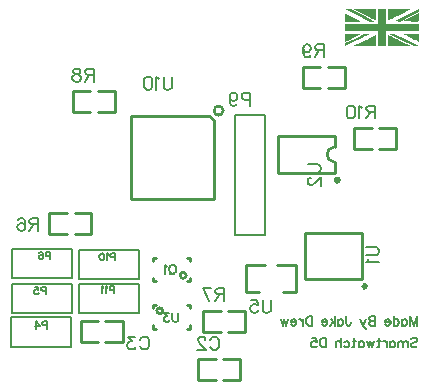
<source format=gbo>
G04 Layer: BottomSilkLayer*
G04 EasyEDA v6.4.7, 2020-10-05T14:23:05+01:00*
G04 80753c53b72f4884ac218c40b0928968,81cdacc9909441f8a3d49748f20dc12b,10*
G04 Gerber Generator version 0.2*
G04 Scale: 100 percent, Rotated: No, Reflected: No *
G04 Dimensions in millimeters *
G04 leading zeros omitted , absolute positions ,3 integer and 3 decimal *
%FSLAX33Y33*%
%MOMM*%
G90*
D02*

%ADD10C,0.254000*%
%ADD42C,0.203200*%
%ADD43C,0.202999*%
%ADD45C,0.177800*%
%ADD47C,0.299999*%

%LPD*%

%LPD*%
G36*
G01X34422Y31666D02*
G01X32504Y31666D01*
G01X32504Y31096D01*
G01X32505Y31008D01*
G01X32506Y30928D01*
G01X32507Y30857D01*
G01X32509Y30800D01*
G01X32511Y30756D01*
G01X32514Y30728D01*
G01X32517Y30718D01*
G01X32523Y30721D01*
G01X32538Y30728D01*
G01X32562Y30740D01*
G01X32595Y30756D01*
G01X32636Y30776D01*
G01X32685Y30800D01*
G01X32740Y30827D01*
G01X32802Y30857D01*
G01X32944Y30928D01*
G01X33023Y30966D01*
G01X33105Y31008D01*
G01X33193Y31051D01*
G01X33284Y31096D01*
G01X33474Y31191D01*
G01X34422Y31666D01*
G37*

%LPD*%
G36*
G01X31468Y31666D02*
G01X29547Y31666D01*
G01X30495Y31191D01*
G01X30592Y31143D01*
G01X30686Y31096D01*
G01X30777Y31051D01*
G01X30865Y31008D01*
G01X30948Y30966D01*
G01X31027Y30928D01*
G01X31169Y30857D01*
G01X31231Y30827D01*
G01X31287Y30800D01*
G01X31335Y30776D01*
G01X31376Y30756D01*
G01X31409Y30740D01*
G01X31434Y30728D01*
G01X31449Y30721D01*
G01X31455Y30718D01*
G01X31457Y30728D01*
G01X31460Y30756D01*
G01X31462Y30800D01*
G01X31464Y30857D01*
G01X31466Y30928D01*
G01X31467Y31008D01*
G01X31468Y31096D01*
G01X31468Y31666D01*
G37*

%LPD*%
G36*
G01X35123Y30967D02*
G01X35118Y31310D01*
G01X34432Y30967D01*
G01X33743Y30622D01*
G01X34429Y30617D01*
G01X34522Y30616D01*
G01X34974Y30616D01*
G01X35024Y30617D01*
G01X35064Y30617D01*
G01X35094Y30618D01*
G01X35113Y30619D01*
G01X35120Y30619D01*
G01X35123Y30648D01*
G01X35124Y30724D01*
G01X35124Y30834D01*
G01X35123Y30967D01*
G37*

%LPD*%
G36*
G01X28950Y31259D02*
G01X28844Y31308D01*
G01X28844Y30614D01*
G01X30228Y30614D01*
G01X30058Y30703D01*
G01X30019Y30723D01*
G01X29974Y30747D01*
G01X29922Y30774D01*
G01X29866Y30803D01*
G01X29805Y30834D01*
G01X29740Y30867D01*
G01X29674Y30901D01*
G01X29605Y30935D01*
G01X29536Y30970D01*
G01X29466Y31005D01*
G01X29397Y31039D01*
G01X29330Y31073D01*
G01X29265Y31105D01*
G01X29204Y31136D01*
G01X29147Y31164D01*
G01X29094Y31190D01*
G01X29047Y31213D01*
G01X29007Y31232D01*
G01X28975Y31248D01*
G01X28950Y31259D01*
G37*

%LPD*%
G36*
G01X35123Y31551D02*
G01X35118Y31663D01*
G01X33045Y30622D01*
G01X33263Y30617D01*
G01X33479Y30614D01*
G01X34300Y31023D01*
G01X34383Y31065D01*
G01X34464Y31105D01*
G01X34618Y31182D01*
G01X34689Y31218D01*
G01X34757Y31252D01*
G01X34820Y31284D01*
G01X34879Y31313D01*
G01X34932Y31340D01*
G01X34980Y31364D01*
G01X35021Y31385D01*
G01X35056Y31403D01*
G01X35084Y31417D01*
G01X35105Y31428D01*
G01X35118Y31435D01*
G01X35123Y31437D01*
G01X35124Y31446D01*
G01X35125Y31471D01*
G01X35124Y31508D01*
G01X35123Y31551D01*
G37*

%LPD*%
G36*
G01X29311Y31663D02*
G01X28851Y31663D01*
G01X29895Y31140D01*
G01X30939Y30614D01*
G01X31399Y30614D01*
G01X30355Y31140D01*
G01X29311Y31663D01*
G37*

%LPD*%
G36*
G01X35125Y29575D02*
G01X33741Y29575D01*
G01X34147Y29367D01*
G01X34205Y29337D01*
G01X34266Y29306D01*
G01X34329Y29274D01*
G01X34457Y29210D01*
G01X34520Y29177D01*
G01X34582Y29147D01*
G01X34641Y29117D01*
G01X34698Y29089D01*
G01X34750Y29063D01*
G01X34799Y29040D01*
G01X34841Y29019D01*
G01X35125Y28882D01*
G01X35125Y29575D01*
G37*

%LPD*%
G36*
G01X30228Y29575D02*
G01X28844Y29575D01*
G01X28844Y28882D01*
G01X28950Y28930D01*
G01X28975Y28941D01*
G01X29007Y28957D01*
G01X29047Y28976D01*
G01X29094Y28999D01*
G01X29147Y29025D01*
G01X29204Y29054D01*
G01X29265Y29084D01*
G01X29330Y29117D01*
G01X29397Y29150D01*
G01X29466Y29185D01*
G01X29536Y29219D01*
G01X29674Y29289D01*
G01X29740Y29323D01*
G01X29805Y29355D01*
G01X29866Y29387D01*
G01X29922Y29416D01*
G01X29974Y29442D01*
G01X30019Y29466D01*
G01X30058Y29486D01*
G01X30228Y29575D01*
G37*

%LPD*%
G36*
G01X33030Y29575D02*
G01X32570Y29575D01*
G01X33614Y29049D01*
G01X34660Y28526D01*
G01X35118Y28526D01*
G01X34074Y29049D01*
G01X33030Y29575D01*
G37*

%LPD*%
G36*
G01X32523Y29471D02*
G01X32517Y29474D01*
G01X32514Y29464D01*
G01X32511Y29436D01*
G01X32509Y29392D01*
G01X32507Y29334D01*
G01X32506Y29264D01*
G01X32505Y29183D01*
G01X32504Y29094D01*
G01X32504Y28524D01*
G01X33464Y28526D01*
G01X34422Y28526D01*
G01X33474Y28999D01*
G01X33284Y29094D01*
G01X33193Y29140D01*
G01X33105Y29183D01*
G01X33023Y29225D01*
G01X32944Y29264D01*
G01X32870Y29300D01*
G01X32740Y29365D01*
G01X32685Y29392D01*
G01X32636Y29416D01*
G01X32595Y29436D01*
G01X32562Y29452D01*
G01X32538Y29464D01*
G01X32523Y29471D01*
G37*

%LPD*%
G36*
G01X31452Y29467D02*
G01X31447Y29471D01*
G01X31441Y29469D01*
G01X31424Y29461D01*
G01X31399Y29450D01*
G01X31366Y29434D01*
G01X31324Y29414D01*
G01X31220Y29362D01*
G01X31158Y29332D01*
G01X30938Y29222D01*
G01X30855Y29181D01*
G01X30769Y29137D01*
G01X30679Y29092D01*
G01X30585Y29044D01*
G01X30490Y28996D01*
G01X29547Y28526D01*
G01X30507Y28524D01*
G01X31468Y28524D01*
G01X31468Y29126D01*
G01X31467Y29229D01*
G01X31465Y29312D01*
G01X31463Y29375D01*
G01X31460Y29420D01*
G01X31457Y29450D01*
G01X31452Y29467D01*
G37*

%LPD*%
G36*
G01X30785Y29575D02*
G01X30482Y29575D01*
G01X29662Y29164D01*
G01X28844Y28755D01*
G01X28844Y28524D01*
G01X29880Y29042D01*
G01X29965Y29085D01*
G01X30048Y29126D01*
G01X30129Y29167D01*
G01X30208Y29206D01*
G01X30283Y29245D01*
G01X30357Y29282D01*
G01X30426Y29317D01*
G01X30493Y29350D01*
G01X30555Y29382D01*
G01X30614Y29412D01*
G01X30668Y29439D01*
G01X30718Y29465D01*
G01X30763Y29488D01*
G01X30803Y29508D01*
G01X30837Y29526D01*
G01X30866Y29541D01*
G01X30888Y29553D01*
G01X30905Y29562D01*
G01X30915Y29568D01*
G01X30919Y29570D01*
G01X30902Y29572D01*
G01X30854Y29574D01*
G01X30785Y29575D01*
G37*

%LPD*%
G36*
G01X32296Y31666D02*
G01X31673Y31666D01*
G01X31673Y30406D01*
G01X28844Y30406D01*
G01X28844Y29784D01*
G01X31673Y29784D01*
G01X31673Y28524D01*
G01X32296Y28524D01*
G01X32296Y29784D01*
G01X35125Y29784D01*
G01X35125Y30406D01*
G01X32296Y30406D01*
G01X32296Y31666D01*
G37*

%LPD*%
G54D10*
G01X17711Y22278D02*
G01X17355Y22633D01*
G01X10701Y22633D01*
G01X10701Y15623D01*
G01X17711Y15623D01*
G01X17711Y22278D01*
G01X30302Y8851D02*
G01X30302Y12712D01*
G01X25425Y8826D02*
G01X25425Y12712D01*
G01X30302Y8826D02*
G01X25425Y8826D01*
G01X30302Y12712D02*
G01X25425Y12712D01*
G01X27957Y17774D02*
G01X23131Y17774D01*
G01X23131Y20924D01*
G01X27957Y20924D01*
G01X27957Y20924D02*
G01X27957Y19984D01*
G01X27957Y18714D02*
G01X27957Y17774D01*
G01X12857Y4622D02*
G01X12552Y4622D01*
G01X12552Y4622D02*
G01X12552Y4902D01*
G01X15448Y4622D02*
G01X15753Y4622D01*
G01X15753Y4622D02*
G01X15753Y4902D01*
G01X15753Y6324D02*
G01X15753Y6604D01*
G01X15753Y6604D02*
G01X15448Y6604D01*
G01X12552Y6324D02*
G01X12552Y6604D01*
G01X12552Y6604D02*
G01X12857Y6604D01*
G01X18956Y6146D02*
G01X20378Y6146D01*
G01X18321Y4368D02*
G01X16822Y4368D01*
G01X16822Y6146D01*
G01X18321Y6146D01*
G01X20378Y6146D02*
G01X20378Y4368D01*
G01X20378Y4368D02*
G01X18956Y4368D01*
G01X18547Y2026D02*
G01X19969Y2026D01*
G01X17912Y248D02*
G01X16413Y248D01*
G01X16413Y2026D01*
G01X17912Y2026D01*
G01X19969Y2026D02*
G01X19969Y248D01*
G01X19969Y248D02*
G01X18547Y248D01*
G01X15445Y10627D02*
G01X15750Y10627D01*
G01X15750Y10627D02*
G01X15750Y10347D01*
G01X12854Y10627D02*
G01X12550Y10627D01*
G01X12550Y10627D02*
G01X12550Y10347D01*
G01X12550Y8925D02*
G01X12550Y8646D01*
G01X12550Y8646D02*
G01X12854Y8646D01*
G01X15750Y8925D02*
G01X15750Y8646D01*
G01X15750Y8646D02*
G01X15445Y8646D01*
G01X7922Y24716D02*
G01X9344Y24716D01*
G01X7287Y22938D02*
G01X5788Y22938D01*
G01X5788Y24716D01*
G01X7287Y24716D01*
G01X9344Y24716D02*
G01X9344Y22938D01*
G01X9344Y22938D02*
G01X7922Y22938D01*
G54D42*
G01X645Y11391D02*
G01X645Y8877D01*
G01X5725Y8877D01*
G01X5725Y11391D01*
G01X645Y11391D01*
G54D10*
G01X5951Y14366D02*
G01X7373Y14366D01*
G01X5316Y12588D02*
G01X3817Y12588D01*
G01X3817Y14366D01*
G01X5316Y14366D01*
G01X7373Y14366D02*
G01X7373Y12588D01*
G01X7373Y12588D02*
G01X5951Y12588D01*
G01X31734Y21605D02*
G01X33157Y21605D01*
G01X31099Y19827D02*
G01X29601Y19827D01*
G01X29601Y21605D01*
G01X31099Y21605D01*
G01X33157Y21605D02*
G01X33157Y19827D01*
G01X33157Y19827D02*
G01X31734Y19827D01*
G54D42*
G01X601Y5567D02*
G01X601Y3053D01*
G01X5681Y3053D01*
G01X5681Y5567D01*
G01X601Y5567D01*
G01X607Y8409D02*
G01X607Y5895D01*
G01X5687Y5895D01*
G01X5687Y8409D01*
G01X607Y8409D01*
G54D10*
G01X7899Y3517D02*
G01X6477Y3517D01*
G01X8534Y5295D02*
G01X10033Y5295D01*
G01X10033Y3517D01*
G01X8534Y3517D01*
G01X6477Y3517D02*
G01X6477Y5295D01*
G01X6477Y5295D02*
G01X7899Y5295D01*
G01X24721Y10035D02*
G01X24721Y7749D01*
G01X20454Y7749D02*
G01X20454Y10010D01*
G01X24721Y10035D02*
G01X23121Y10035D01*
G01X22054Y10035D02*
G01X20480Y10035D01*
G01X24721Y7749D02*
G01X23629Y7749D01*
G01X21546Y7749D02*
G01X20454Y7749D01*
G01X27386Y26797D02*
G01X28808Y26797D01*
G01X26751Y25019D02*
G01X25252Y25019D01*
G01X25252Y26797D01*
G01X26751Y26797D01*
G01X28808Y26797D02*
G01X28808Y25019D01*
G01X28808Y25019D02*
G01X27386Y25019D01*
G54D42*
G01X19540Y12524D02*
G01X22080Y12524D01*
G01X22080Y22684D01*
G01X19540Y22684D01*
G01X19540Y20779D01*
G54D43*
G01X19540Y12524D02*
G01X19540Y20779D01*
G54D42*
G01X6286Y11300D02*
G01X6286Y8785D01*
G01X11366Y8785D01*
G01X11366Y11300D01*
G01X6286Y11300D01*
G01X6294Y8427D02*
G01X6294Y5913D01*
G01X11374Y5913D01*
G01X11374Y8427D01*
G01X6294Y8427D01*
G01X34960Y5667D02*
G01X34960Y4875D01*
G01X34960Y5667D02*
G01X34658Y4875D01*
G01X34356Y5667D02*
G01X34658Y4875D01*
G01X34356Y5667D02*
G01X34356Y4875D01*
G01X33655Y5403D02*
G01X33655Y4875D01*
G01X33655Y5290D02*
G01X33730Y5365D01*
G01X33806Y5403D01*
G01X33919Y5403D01*
G01X33994Y5365D01*
G01X34070Y5290D01*
G01X34107Y5176D01*
G01X34107Y5101D01*
G01X34070Y4988D01*
G01X33994Y4912D01*
G01X33919Y4875D01*
G01X33806Y4875D01*
G01X33730Y4912D01*
G01X33655Y4988D01*
G01X32953Y5667D02*
G01X32953Y4875D01*
G01X32953Y5290D02*
G01X33028Y5365D01*
G01X33104Y5403D01*
G01X33217Y5403D01*
G01X33293Y5365D01*
G01X33368Y5290D01*
G01X33406Y5176D01*
G01X33406Y5101D01*
G01X33368Y4988D01*
G01X33293Y4912D01*
G01X33217Y4875D01*
G01X33104Y4875D01*
G01X33028Y4912D01*
G01X32953Y4988D01*
G01X32704Y5176D02*
G01X32251Y5176D01*
G01X32251Y5252D01*
G01X32289Y5327D01*
G01X32327Y5365D01*
G01X32402Y5403D01*
G01X32515Y5403D01*
G01X32591Y5365D01*
G01X32666Y5290D01*
G01X32704Y5176D01*
G01X32704Y5101D01*
G01X32666Y4988D01*
G01X32591Y4912D01*
G01X32515Y4875D01*
G01X32402Y4875D01*
G01X32327Y4912D01*
G01X32251Y4988D01*
G01X31421Y5667D02*
G01X31421Y4875D01*
G01X31421Y5667D02*
G01X31082Y5667D01*
G01X30968Y5629D01*
G01X30931Y5591D01*
G01X30893Y5516D01*
G01X30893Y5440D01*
G01X30931Y5365D01*
G01X30968Y5327D01*
G01X31082Y5290D01*
G01X31421Y5290D02*
G01X31082Y5290D01*
G01X30968Y5252D01*
G01X30931Y5214D01*
G01X30893Y5139D01*
G01X30893Y5025D01*
G01X30931Y4950D01*
G01X30968Y4912D01*
G01X31082Y4875D01*
G01X31421Y4875D01*
G01X30606Y5403D02*
G01X30380Y4875D01*
G01X30154Y5403D02*
G01X30380Y4875D01*
G01X30455Y4724D01*
G01X30531Y4648D01*
G01X30606Y4610D01*
G01X30644Y4610D01*
G01X28946Y5667D02*
G01X28946Y5063D01*
G01X28984Y4950D01*
G01X29022Y4912D01*
G01X29097Y4875D01*
G01X29173Y4875D01*
G01X29248Y4912D01*
G01X29286Y4950D01*
G01X29324Y5063D01*
G01X29324Y5139D01*
G01X28245Y5403D02*
G01X28245Y4875D01*
G01X28245Y5290D02*
G01X28320Y5365D01*
G01X28395Y5403D01*
G01X28509Y5403D01*
G01X28584Y5365D01*
G01X28660Y5290D01*
G01X28697Y5176D01*
G01X28697Y5101D01*
G01X28660Y4988D01*
G01X28584Y4912D01*
G01X28509Y4875D01*
G01X28395Y4875D01*
G01X28320Y4912D01*
G01X28245Y4988D01*
G01X27996Y5667D02*
G01X27996Y4875D01*
G01X27618Y5403D02*
G01X27996Y5025D01*
G01X27845Y5176D02*
G01X27581Y4875D01*
G01X27332Y5176D02*
G01X26879Y5176D01*
G01X26879Y5252D01*
G01X26917Y5327D01*
G01X26954Y5365D01*
G01X27030Y5403D01*
G01X27143Y5403D01*
G01X27218Y5365D01*
G01X27294Y5290D01*
G01X27332Y5176D01*
G01X27332Y5101D01*
G01X27294Y4988D01*
G01X27218Y4912D01*
G01X27143Y4875D01*
G01X27030Y4875D01*
G01X26954Y4912D01*
G01X26879Y4988D01*
G01X26049Y5667D02*
G01X26049Y4875D01*
G01X26049Y5667D02*
G01X25785Y5667D01*
G01X25672Y5629D01*
G01X25596Y5554D01*
G01X25559Y5478D01*
G01X25521Y5365D01*
G01X25521Y5176D01*
G01X25559Y5063D01*
G01X25596Y4988D01*
G01X25672Y4912D01*
G01X25785Y4875D01*
G01X26049Y4875D01*
G01X25272Y5403D02*
G01X25272Y4875D01*
G01X25272Y5176D02*
G01X25234Y5290D01*
G01X25158Y5365D01*
G01X25083Y5403D01*
G01X24970Y5403D01*
G01X24721Y5176D02*
G01X24268Y5176D01*
G01X24268Y5252D01*
G01X24306Y5327D01*
G01X24344Y5365D01*
G01X24419Y5403D01*
G01X24532Y5403D01*
G01X24608Y5365D01*
G01X24683Y5290D01*
G01X24721Y5176D01*
G01X24721Y5101D01*
G01X24683Y4988D01*
G01X24608Y4912D01*
G01X24532Y4875D01*
G01X24419Y4875D01*
G01X24344Y4912D01*
G01X24268Y4988D01*
G01X24019Y5403D02*
G01X23868Y4875D01*
G01X23717Y5403D02*
G01X23868Y4875D01*
G01X23717Y5403D02*
G01X23566Y4875D01*
G01X23416Y5403D02*
G01X23566Y4875D01*
G01X34432Y3708D02*
G01X34507Y3783D01*
G01X34620Y3821D01*
G01X34771Y3821D01*
G01X34885Y3783D01*
G01X34960Y3708D01*
G01X34960Y3632D01*
G01X34922Y3557D01*
G01X34885Y3519D01*
G01X34809Y3481D01*
G01X34583Y3406D01*
G01X34507Y3368D01*
G01X34470Y3330D01*
G01X34432Y3255D01*
G01X34432Y3142D01*
G01X34507Y3066D01*
G01X34620Y3028D01*
G01X34771Y3028D01*
G01X34885Y3066D01*
G01X34960Y3142D01*
G01X34183Y3557D02*
G01X34183Y3028D01*
G01X34183Y3406D02*
G01X34070Y3519D01*
G01X33994Y3557D01*
G01X33881Y3557D01*
G01X33806Y3519D01*
G01X33768Y3406D01*
G01X33768Y3028D01*
G01X33768Y3406D02*
G01X33655Y3519D01*
G01X33579Y3557D01*
G01X33466Y3557D01*
G01X33391Y3519D01*
G01X33353Y3406D01*
G01X33353Y3028D01*
G01X32651Y3557D02*
G01X32651Y3028D01*
G01X32651Y3443D02*
G01X32727Y3519D01*
G01X32802Y3557D01*
G01X32915Y3557D01*
G01X32991Y3519D01*
G01X33066Y3443D01*
G01X33104Y3330D01*
G01X33104Y3255D01*
G01X33066Y3142D01*
G01X32991Y3066D01*
G01X32915Y3028D01*
G01X32802Y3028D01*
G01X32727Y3066D01*
G01X32651Y3142D01*
G01X32402Y3557D02*
G01X32402Y3028D01*
G01X32402Y3330D02*
G01X32364Y3443D01*
G01X32289Y3519D01*
G01X32214Y3557D01*
G01X32100Y3557D01*
G01X31738Y3821D02*
G01X31738Y3180D01*
G01X31700Y3066D01*
G01X31625Y3028D01*
G01X31550Y3028D01*
G01X31851Y3557D02*
G01X31587Y3557D01*
G01X31300Y3557D02*
G01X31150Y3028D01*
G01X30999Y3557D02*
G01X31150Y3028D01*
G01X30999Y3557D02*
G01X30848Y3028D01*
G01X30697Y3557D02*
G01X30848Y3028D01*
G01X29995Y3557D02*
G01X29995Y3028D01*
G01X29995Y3443D02*
G01X30071Y3519D01*
G01X30146Y3557D01*
G01X30259Y3557D01*
G01X30335Y3519D01*
G01X30410Y3443D01*
G01X30448Y3330D01*
G01X30448Y3255D01*
G01X30410Y3142D01*
G01X30335Y3066D01*
G01X30259Y3028D01*
G01X30146Y3028D01*
G01X30071Y3066D01*
G01X29995Y3142D01*
G01X29633Y3821D02*
G01X29633Y3180D01*
G01X29595Y3066D01*
G01X29520Y3028D01*
G01X29444Y3028D01*
G01X29746Y3557D02*
G01X29482Y3557D01*
G01X28743Y3443D02*
G01X28818Y3519D01*
G01X28894Y3557D01*
G01X29007Y3557D01*
G01X29082Y3519D01*
G01X29158Y3443D01*
G01X29195Y3330D01*
G01X29195Y3255D01*
G01X29158Y3142D01*
G01X29082Y3066D01*
G01X29007Y3028D01*
G01X28894Y3028D01*
G01X28818Y3066D01*
G01X28743Y3142D01*
G01X28494Y3821D02*
G01X28494Y3028D01*
G01X28494Y3406D02*
G01X28380Y3519D01*
G01X28305Y3557D01*
G01X28192Y3557D01*
G01X28116Y3519D01*
G01X28079Y3406D01*
G01X28079Y3028D01*
G01X27249Y3821D02*
G01X27249Y3028D01*
G01X27249Y3821D02*
G01X26984Y3821D01*
G01X26871Y3783D01*
G01X26796Y3708D01*
G01X26758Y3632D01*
G01X26721Y3519D01*
G01X26721Y3330D01*
G01X26758Y3217D01*
G01X26796Y3142D01*
G01X26871Y3066D01*
G01X26984Y3028D01*
G01X27249Y3028D01*
G01X26019Y3821D02*
G01X26396Y3821D01*
G01X26434Y3481D01*
G01X26396Y3519D01*
G01X26283Y3557D01*
G01X26170Y3557D01*
G01X26056Y3519D01*
G01X25981Y3443D01*
G01X25943Y3330D01*
G01X25943Y3255D01*
G01X25981Y3142D01*
G01X26056Y3066D01*
G01X26170Y3028D01*
G01X26283Y3028D01*
G01X26396Y3066D01*
G01X26434Y3104D01*
G01X26471Y3180D01*
G54D45*
G01X14206Y25948D02*
G01X14206Y25171D01*
G01X14155Y25013D01*
G01X14051Y24909D01*
G01X13893Y24858D01*
G01X13789Y24858D01*
G01X13634Y24909D01*
G01X13530Y25013D01*
G01X13479Y25171D01*
G01X13479Y25948D01*
G01X13136Y25742D02*
G01X13032Y25793D01*
G01X12875Y25948D01*
G01X12875Y24858D01*
G01X12222Y25948D02*
G01X12377Y25897D01*
G01X12481Y25742D01*
G01X12532Y25481D01*
G01X12532Y25326D01*
G01X12481Y25067D01*
G01X12377Y24909D01*
G01X12222Y24858D01*
G01X12118Y24858D01*
G01X11960Y24909D01*
G01X11856Y25067D01*
G01X11805Y25326D01*
G01X11805Y25481D01*
G01X11856Y25742D01*
G01X11960Y25897D01*
G01X12118Y25948D01*
G01X12222Y25948D01*
G01X30606Y11544D02*
G01X31386Y11544D01*
G01X31541Y11493D01*
G01X31645Y11389D01*
G01X31696Y11231D01*
G01X31696Y11127D01*
G01X31645Y10972D01*
G01X31541Y10868D01*
G01X31386Y10817D01*
G01X30606Y10817D01*
G01X30815Y10474D02*
G01X30761Y10370D01*
G01X30606Y10213D01*
G01X31696Y10213D01*
G01X25697Y18511D02*
G01X26474Y18511D01*
G01X26631Y18460D01*
G01X26736Y18356D01*
G01X26786Y18199D01*
G01X26786Y18094D01*
G01X26736Y17939D01*
G01X26631Y17835D01*
G01X26474Y17785D01*
G01X25697Y17785D01*
G01X25956Y17388D02*
G01X25902Y17388D01*
G01X25798Y17338D01*
G01X25748Y17284D01*
G01X25697Y17180D01*
G01X25697Y16974D01*
G01X25748Y16870D01*
G01X25798Y16817D01*
G01X25902Y16766D01*
G01X26007Y16766D01*
G01X26111Y16817D01*
G01X26268Y16921D01*
G01X26786Y17442D01*
G01X26786Y16713D01*
G01X14701Y5920D02*
G01X14701Y5400D01*
G01X14665Y5295D01*
G01X14597Y5227D01*
G01X14493Y5191D01*
G01X14424Y5191D01*
G01X14320Y5227D01*
G01X14251Y5295D01*
G01X14216Y5400D01*
G01X14216Y5920D01*
G01X13919Y5920D02*
G01X13538Y5920D01*
G01X13746Y5643D01*
G01X13642Y5643D01*
G01X13571Y5608D01*
G01X13538Y5572D01*
G01X13502Y5468D01*
G01X13502Y5400D01*
G01X13538Y5295D01*
G01X13606Y5227D01*
G01X13710Y5191D01*
G01X13815Y5191D01*
G01X13919Y5227D01*
G01X13952Y5262D01*
G01X13987Y5331D01*
G01X18600Y8039D02*
G01X18600Y6949D01*
G01X18600Y8039D02*
G01X18133Y8039D01*
G01X17978Y7988D01*
G01X17924Y7937D01*
G01X17873Y7833D01*
G01X17873Y7729D01*
G01X17924Y7625D01*
G01X17978Y7571D01*
G01X18133Y7520D01*
G01X18600Y7520D01*
G01X18237Y7520D02*
G01X17873Y6949D01*
G01X16802Y8039D02*
G01X17322Y6949D01*
G01X17531Y8039D02*
G01X16802Y8039D01*
G01X17411Y3660D02*
G01X17465Y3764D01*
G01X17569Y3868D01*
G01X17670Y3919D01*
G01X17879Y3919D01*
G01X17983Y3868D01*
G01X18087Y3764D01*
G01X18140Y3660D01*
G01X18191Y3505D01*
G01X18191Y3246D01*
G01X18140Y3088D01*
G01X18087Y2984D01*
G01X17983Y2880D01*
G01X17879Y2829D01*
G01X17670Y2829D01*
G01X17569Y2880D01*
G01X17465Y2984D01*
G01X17411Y3088D01*
G01X17017Y3660D02*
G01X17017Y3713D01*
G01X16964Y3817D01*
G01X16913Y3868D01*
G01X16809Y3919D01*
G01X16601Y3919D01*
G01X16497Y3868D01*
G01X16446Y3817D01*
G01X16393Y3713D01*
G01X16393Y3609D01*
G01X16446Y3505D01*
G01X16550Y3347D01*
G01X17068Y2829D01*
G01X16342Y2829D01*
G01X14323Y9994D02*
G01X14391Y9959D01*
G01X14462Y9890D01*
G01X14495Y9819D01*
G01X14531Y9718D01*
G01X14531Y9542D01*
G01X14495Y9438D01*
G01X14462Y9370D01*
G01X14391Y9301D01*
G01X14323Y9265D01*
G01X14185Y9265D01*
G01X14114Y9301D01*
G01X14046Y9370D01*
G01X14010Y9438D01*
G01X13977Y9542D01*
G01X13977Y9718D01*
G01X14010Y9819D01*
G01X14046Y9890D01*
G01X14114Y9959D01*
G01X14185Y9994D01*
G01X14323Y9994D01*
G01X14218Y9405D02*
G01X14010Y9197D01*
G01X13749Y9855D02*
G01X13680Y9890D01*
G01X13576Y9994D01*
G01X13576Y9265D01*
G01X7566Y26609D02*
G01X7566Y25519D01*
G01X7566Y26609D02*
G01X7099Y26609D01*
G01X6944Y26558D01*
G01X6891Y26507D01*
G01X6840Y26403D01*
G01X6840Y26299D01*
G01X6891Y26195D01*
G01X6944Y26141D01*
G01X7099Y26090D01*
G01X7566Y26090D01*
G01X7203Y26090D02*
G01X6840Y25519D01*
G01X6235Y26609D02*
G01X6393Y26558D01*
G01X6443Y26454D01*
G01X6443Y26349D01*
G01X6393Y26245D01*
G01X6289Y26195D01*
G01X6080Y26141D01*
G01X5925Y26090D01*
G01X5821Y25986D01*
G01X5768Y25882D01*
G01X5768Y25727D01*
G01X5821Y25623D01*
G01X5872Y25570D01*
G01X6029Y25519D01*
G01X6235Y25519D01*
G01X6393Y25570D01*
G01X6443Y25623D01*
G01X6497Y25727D01*
G01X6497Y25882D01*
G01X6443Y25986D01*
G01X6339Y26090D01*
G01X6184Y26141D01*
G01X5976Y26195D01*
G01X5872Y26245D01*
G01X5821Y26349D01*
G01X5821Y26454D01*
G01X5872Y26558D01*
G01X6029Y26609D01*
G01X6235Y26609D01*
G01X3891Y11087D02*
G01X3891Y10482D01*
G01X3891Y11087D02*
G01X3632Y11087D01*
G01X3545Y11059D01*
G01X3515Y11031D01*
G01X3487Y10972D01*
G01X3487Y10886D01*
G01X3515Y10827D01*
G01X3545Y10800D01*
G01X3632Y10769D01*
G01X3891Y10769D01*
G01X2951Y11000D02*
G01X2979Y11059D01*
G01X3065Y11087D01*
G01X3124Y11087D01*
G01X3210Y11059D01*
G01X3268Y10972D01*
G01X3296Y10827D01*
G01X3296Y10683D01*
G01X3268Y10568D01*
G01X3210Y10510D01*
G01X3124Y10482D01*
G01X3093Y10482D01*
G01X3007Y10510D01*
G01X2951Y10568D01*
G01X2920Y10655D01*
G01X2920Y10683D01*
G01X2951Y10769D01*
G01X3007Y10827D01*
G01X3093Y10855D01*
G01X3124Y10855D01*
G01X3210Y10827D01*
G01X3268Y10769D01*
G01X3296Y10683D01*
G01X2852Y13972D02*
G01X2852Y12882D01*
G01X2852Y13972D02*
G01X2385Y13972D01*
G01X2230Y13921D01*
G01X2176Y13870D01*
G01X2125Y13766D01*
G01X2125Y13662D01*
G01X2176Y13558D01*
G01X2230Y13505D01*
G01X2385Y13454D01*
G01X2852Y13454D01*
G01X2489Y13454D02*
G01X2125Y12882D01*
G01X1158Y13817D02*
G01X1211Y13921D01*
G01X1366Y13972D01*
G01X1470Y13972D01*
G01X1625Y13921D01*
G01X1729Y13766D01*
G01X1783Y13505D01*
G01X1783Y13246D01*
G01X1729Y13037D01*
G01X1625Y12933D01*
G01X1470Y12882D01*
G01X1417Y12882D01*
G01X1262Y12933D01*
G01X1158Y13037D01*
G01X1107Y13195D01*
G01X1107Y13246D01*
G01X1158Y13401D01*
G01X1262Y13505D01*
G01X1417Y13558D01*
G01X1470Y13558D01*
G01X1625Y13505D01*
G01X1729Y13401D01*
G01X1783Y13246D01*
G01X31379Y23497D02*
G01X31379Y22407D01*
G01X31379Y23497D02*
G01X30911Y23497D01*
G01X30756Y23446D01*
G01X30703Y23395D01*
G01X30652Y23291D01*
G01X30652Y23187D01*
G01X30703Y23083D01*
G01X30756Y23030D01*
G01X30911Y22979D01*
G01X31379Y22979D01*
G01X31015Y22979D02*
G01X30652Y22407D01*
G01X30309Y23291D02*
G01X30205Y23342D01*
G01X30048Y23497D01*
G01X30048Y22407D01*
G01X29395Y23497D02*
G01X29550Y23446D01*
G01X29654Y23291D01*
G01X29705Y23030D01*
G01X29705Y22875D01*
G01X29654Y22616D01*
G01X29550Y22458D01*
G01X29395Y22407D01*
G01X29291Y22407D01*
G01X29133Y22458D01*
G01X29029Y22616D01*
G01X28978Y22875D01*
G01X28978Y23030D01*
G01X29029Y23291D01*
G01X29133Y23446D01*
G01X29291Y23497D01*
G01X29395Y23497D01*
G01X3585Y5229D02*
G01X3585Y4623D01*
G01X3585Y5229D02*
G01X3325Y5229D01*
G01X3238Y5201D01*
G01X3210Y5172D01*
G01X3181Y5114D01*
G01X3181Y5027D01*
G01X3210Y4970D01*
G01X3238Y4941D01*
G01X3325Y4912D01*
G01X3585Y4912D01*
G01X2702Y5229D02*
G01X2990Y4825D01*
G01X2557Y4825D01*
G01X2702Y5229D02*
G01X2702Y4623D01*
G01X3502Y8145D02*
G01X3502Y7541D01*
G01X3502Y8145D02*
G01X3243Y8145D01*
G01X3157Y8117D01*
G01X3126Y8089D01*
G01X3098Y8031D01*
G01X3098Y7945D01*
G01X3126Y7886D01*
G01X3157Y7858D01*
G01X3243Y7828D01*
G01X3502Y7828D01*
G01X2562Y8145D02*
G01X2849Y8145D01*
G01X2880Y7886D01*
G01X2849Y7914D01*
G01X2763Y7945D01*
G01X2677Y7945D01*
G01X2590Y7914D01*
G01X2532Y7858D01*
G01X2504Y7772D01*
G01X2504Y7714D01*
G01X2532Y7627D01*
G01X2590Y7569D01*
G01X2677Y7541D01*
G01X2763Y7541D01*
G01X2849Y7569D01*
G01X2880Y7597D01*
G01X2908Y7655D01*
G01X11483Y3683D02*
G01X11536Y3787D01*
G01X11640Y3891D01*
G01X11742Y3942D01*
G01X11950Y3942D01*
G01X12054Y3891D01*
G01X12158Y3787D01*
G01X12212Y3683D01*
G01X12263Y3528D01*
G01X12263Y3268D01*
G01X12212Y3111D01*
G01X12158Y3007D01*
G01X12054Y2903D01*
G01X11950Y2852D01*
G01X11742Y2852D01*
G01X11640Y2903D01*
G01X11536Y3007D01*
G01X11483Y3111D01*
G01X11036Y3942D02*
G01X10464Y3942D01*
G01X10777Y3528D01*
G01X10622Y3528D01*
G01X10518Y3474D01*
G01X10464Y3423D01*
G01X10414Y3268D01*
G01X10414Y3164D01*
G01X10464Y3007D01*
G01X10568Y2903D01*
G01X10726Y2852D01*
G01X10881Y2852D01*
G01X11036Y2903D01*
G01X11089Y2956D01*
G01X11140Y3060D01*
G01X22588Y7066D02*
G01X22588Y6286D01*
G01X22537Y6131D01*
G01X22433Y6027D01*
G01X22275Y5974D01*
G01X22171Y5974D01*
G01X22016Y6027D01*
G01X21912Y6131D01*
G01X21861Y6286D01*
G01X21861Y7066D01*
G01X20894Y7066D02*
G01X21414Y7066D01*
G01X21465Y6598D01*
G01X21414Y6649D01*
G01X21257Y6703D01*
G01X21102Y6703D01*
G01X20947Y6649D01*
G01X20843Y6545D01*
G01X20789Y6390D01*
G01X20789Y6286D01*
G01X20843Y6131D01*
G01X20947Y6027D01*
G01X21102Y5974D01*
G01X21257Y5974D01*
G01X21414Y6027D01*
G01X21465Y6078D01*
G01X21518Y6182D01*
G01X27030Y28689D02*
G01X27030Y27599D01*
G01X27030Y28689D02*
G01X26563Y28689D01*
G01X26408Y28638D01*
G01X26355Y28587D01*
G01X26304Y28483D01*
G01X26304Y28379D01*
G01X26355Y28275D01*
G01X26408Y28221D01*
G01X26563Y28171D01*
G01X27030Y28171D01*
G01X26667Y28171D02*
G01X26304Y27599D01*
G01X25285Y28326D02*
G01X25336Y28171D01*
G01X25440Y28067D01*
G01X25595Y28016D01*
G01X25648Y28016D01*
G01X25803Y28067D01*
G01X25907Y28171D01*
G01X25961Y28326D01*
G01X25961Y28379D01*
G01X25907Y28534D01*
G01X25803Y28638D01*
G01X25648Y28689D01*
G01X25595Y28689D01*
G01X25440Y28638D01*
G01X25336Y28534D01*
G01X25285Y28326D01*
G01X25285Y28067D01*
G01X25336Y27807D01*
G01X25440Y27650D01*
G01X25595Y27599D01*
G01X25699Y27599D01*
G01X25857Y27650D01*
G01X25907Y27754D01*
G01X20810Y24577D02*
G01X20810Y23487D01*
G01X20810Y24577D02*
G01X20342Y24577D01*
G01X20187Y24526D01*
G01X20134Y24475D01*
G01X20083Y24371D01*
G01X20083Y24213D01*
G01X20134Y24109D01*
G01X20187Y24058D01*
G01X20342Y24005D01*
G01X20810Y24005D01*
G01X19065Y24213D02*
G01X19116Y24058D01*
G01X19220Y23954D01*
G01X19375Y23903D01*
G01X19428Y23903D01*
G01X19583Y23954D01*
G01X19687Y24058D01*
G01X19740Y24213D01*
G01X19740Y24267D01*
G01X19687Y24422D01*
G01X19583Y24526D01*
G01X19428Y24577D01*
G01X19375Y24577D01*
G01X19220Y24526D01*
G01X19116Y24422D01*
G01X19065Y24213D01*
G01X19065Y23954D01*
G01X19116Y23695D01*
G01X19220Y23538D01*
G01X19375Y23487D01*
G01X19479Y23487D01*
G01X19636Y23538D01*
G01X19687Y23642D01*
G01X9390Y10998D02*
G01X9390Y10393D01*
G01X9390Y10998D02*
G01X9131Y10998D01*
G01X9044Y10970D01*
G01X9014Y10942D01*
G01X8986Y10883D01*
G01X8986Y10797D01*
G01X9014Y10739D01*
G01X9044Y10711D01*
G01X9131Y10680D01*
G01X9390Y10680D01*
G01X8795Y10883D02*
G01X8737Y10911D01*
G01X8651Y10998D01*
G01X8651Y10393D01*
G01X8287Y10998D02*
G01X8374Y10970D01*
G01X8432Y10883D01*
G01X8460Y10739D01*
G01X8460Y10652D01*
G01X8432Y10507D01*
G01X8374Y10421D01*
G01X8287Y10393D01*
G01X8229Y10393D01*
G01X8143Y10421D01*
G01X8084Y10507D01*
G01X8056Y10652D01*
G01X8056Y10739D01*
G01X8084Y10883D01*
G01X8143Y10970D01*
G01X8229Y10998D01*
G01X8287Y10998D01*
G01X9314Y8209D02*
G01X9314Y7604D01*
G01X9314Y8209D02*
G01X9055Y8209D01*
G01X8968Y8181D01*
G01X8938Y8153D01*
G01X8910Y8094D01*
G01X8910Y8008D01*
G01X8938Y7950D01*
G01X8968Y7922D01*
G01X9055Y7891D01*
G01X9314Y7891D01*
G01X8719Y8094D02*
G01X8661Y8122D01*
G01X8575Y8209D01*
G01X8575Y7604D01*
G01X8384Y8094D02*
G01X8326Y8122D01*
G01X8239Y8209D01*
G01X8239Y7604D01*
G54D47*
G75*
G01X30505Y8344D02*
G02X30503Y8344I-1J-150D01*
G01*
G54D10*
G75*
G01X27958Y19985D02*
G03X27958Y18715I0J-635D01*
G01*
G75*
G01X18524Y23066D02*
G03X18524Y23066I-381J0D01*
G01*
G75*
G01X28377Y17191D02*
G03X28377Y17191I-190J0D01*
G01*
G75*
G01X13416Y6121D02*
G03X13416Y6121I-254J0D01*
G01*
G75*
G01X15395Y9129D02*
G03X15395Y9129I-254J0D01*
G01*
M00*
M02*

</source>
